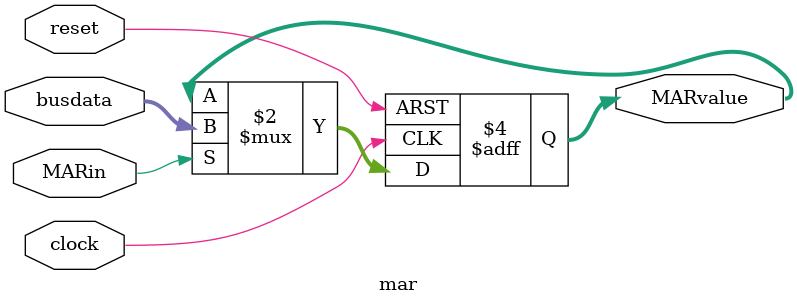
<source format=v>
module mar (
    input wire clock, 
    input wire reset,
    input wire MARin,
    input wire [31:0] busdata,
    output reg [31:0] MARvalue
);
    always @(posedge clock or posedge reset) begin
        if (reset)
            MARvalue <= 32'b0;
        else if (MARin)
            MARvalue <= busdata;
    end
    
endmodule
</source>
